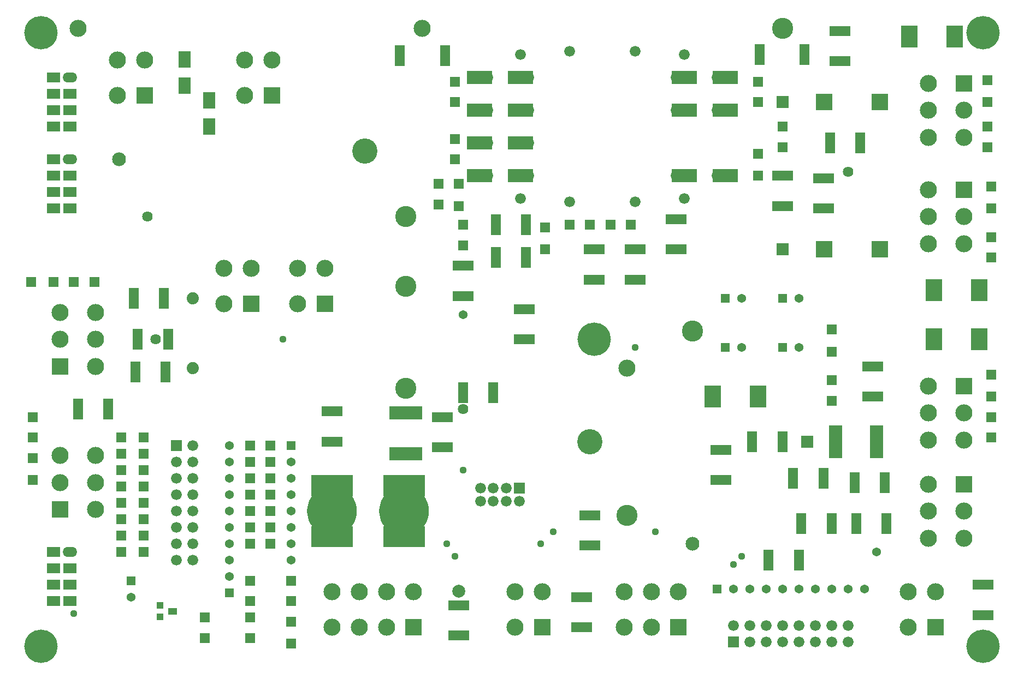
<source format=gts>
*%FSLAX24Y24*%
*%MOIN*%
G01*
%ADD11C,0.0000*%
%ADD12C,0.0050*%
%ADD13C,0.0060*%
%ADD14C,0.0073*%
%ADD15C,0.0080*%
%ADD16C,0.0100*%
%ADD17C,0.0120*%
%ADD18C,0.0160*%
%ADD19C,0.0200*%
%ADD20C,0.0200*%
%ADD21C,0.0240*%
%ADD22C,0.0250*%
%ADD23C,0.0300*%
%ADD24C,0.0320*%
%ADD25C,0.0380*%
%ADD26C,0.0400*%
%ADD27C,0.0400*%
%ADD28C,0.0440*%
%ADD29C,0.0500*%
%ADD30C,0.0500*%
%ADD31C,0.0520*%
%ADD32C,0.0540*%
%ADD33C,0.0560*%
%ADD34C,0.0580*%
%ADD35C,0.0600*%
%ADD36C,0.0600*%
%ADD37C,0.0620*%
%ADD38C,0.0640*%
%ADD39C,0.0660*%
%ADD40C,0.0670*%
%ADD41C,0.0700*%
%ADD42C,0.0700*%
%ADD43C,0.0740*%
%ADD44C,0.0750*%
%ADD45C,0.0760*%
%ADD46C,0.0790*%
%ADD47C,0.0800*%
%ADD48C,0.0800*%
%ADD49C,0.0840*%
%ADD50O,0.0850X0.0560*%
%ADD51C,0.0870*%
%ADD52O,0.0890X0.0600*%
%ADD53C,0.0950*%
%ADD54C,0.1000*%
%ADD55C,0.1000*%
%ADD56C,0.1040*%
%ADD57C,0.1200*%
%ADD58C,0.1250*%
%ADD59C,0.1250*%
%ADD60C,0.1290*%
%ADD61C,0.1400*%
%ADD62C,0.1500*%
%ADD63C,0.1500*%
%ADD64C,0.1540*%
%ADD65C,0.1600*%
%ADD66C,0.1620*%
%ADD67C,0.1800*%
%ADD68C,0.1820*%
%ADD69C,0.2000*%
%ADD70C,0.2000*%
%ADD71C,0.2040*%
%ADD72C,0.2500*%
%ADD73R,0.0200X0.0200*%
%ADD74R,0.0300X0.0300*%
%ADD75R,0.0350X0.0550*%
%ADD76R,0.0360X0.0360*%
%ADD77R,0.0394X0.1102*%
%ADD78R,0.0400X0.0400*%
%ADD79R,0.0400X0.0500*%
%ADD80R,0.0400X0.2400*%
%ADD81R,0.0500X0.0360*%
%ADD82R,0.0500X0.0500*%
%ADD83R,0.0500X0.0500*%
%ADD84R,0.0500X0.1200*%
%ADD85R,0.0540X0.0400*%
%ADD86R,0.0540X0.0540*%
%ADD87R,0.0550X0.0350*%
%ADD88R,0.0551X0.1417*%
%ADD89R,0.0591X0.1260*%
%ADD90R,0.0600X0.0600*%
%ADD91R,0.0600X0.1250*%
%ADD92R,0.0620X0.0620*%
%ADD93R,0.0631X0.1300*%
%ADD94R,0.0640X0.0640*%
%ADD95R,0.0640X0.1290*%
%ADD96R,0.0660X0.0660*%
%ADD97R,0.0700X0.0700*%
%ADD98R,0.0700X0.0700*%
%ADD99R,0.0700X0.1000*%
%ADD100R,0.0700X0.1900*%
%ADD101R,0.0740X0.0740*%
%ADD102R,0.0740X0.1040*%
%ADD103R,0.0750X0.0560*%
%ADD104R,0.0750X0.2000*%
%ADD105R,0.0790X0.0600*%
%ADD106R,0.0790X0.2040*%
%ADD107R,0.0900X0.0900*%
%ADD108R,0.0900X0.1200*%
%ADD109R,0.0984X0.1299*%
%ADD110R,0.1000X0.1000*%
%ADD111R,0.1000X0.1000*%
%ADD112R,0.1024X0.1339*%
%ADD113R,0.1040X0.1040*%
%ADD114R,0.1100X0.1100*%
%ADD115R,0.1102X0.0394*%
%ADD116R,0.1200X0.0500*%
%ADD117R,0.1200X0.1200*%
%ADD118R,0.1250X0.0150*%
%ADD119R,0.1250X0.0600*%
%ADD120R,0.1290X0.0640*%
%ADD121R,0.1290X0.1290*%
%ADD122R,0.1300X0.0650*%
%ADD123R,0.1300X0.0700*%
%ADD124R,0.1350X0.0600*%
%ADD125R,0.1350X0.0650*%
%ADD126R,0.1400X0.0650*%
%ADD127R,0.1400X0.0700*%
%ADD128R,0.1417X0.0551*%
%ADD129R,0.1500X0.0750*%
%ADD130R,0.1500X0.1500*%
%ADD131R,0.1540X0.0790*%
%ADD132R,0.1900X0.0700*%
%ADD133R,0.2000X0.0750*%
%ADD134R,0.2000X0.2000*%
%ADD135R,0.2040X0.0790*%
%ADD136R,0.2200X0.2200*%
%ADD137R,0.2250X0.0500*%
%ADD138R,0.2500X0.1250*%
%ADD139R,0.2500X0.2500*%
D11*
X130730Y80140D02*
D03*
Y64890D02*
D03*
Y69390D02*
D03*
X127980Y76890D02*
D03*
X128730Y80140D02*
D03*
X127980Y64890D02*
D03*
X128980Y61390D02*
D03*
X125730Y95640D02*
D03*
X125980Y77640D02*
D03*
X126230Y80140D02*
D03*
X125730Y91390D02*
D03*
X123480Y78390D02*
D03*
X124230Y82890D02*
D03*
X124730Y85390D02*
D03*
Y87890D02*
D03*
X123730Y90140D02*
D03*
Y60890D02*
D03*
X122730Y96640D02*
D03*
Y82640D02*
D03*
X122480Y62390D02*
D03*
X119480Y97890D02*
D03*
Y91640D02*
D03*
Y94640D02*
D03*
X120480Y80640D02*
D03*
X119980Y82390D02*
D03*
X120480Y62390D02*
D03*
X118980Y85390D02*
D03*
X119230Y68890D02*
D03*
X118730Y75140D02*
D03*
X118230Y67390D02*
D03*
X116730Y79890D02*
D03*
X115980Y82640D02*
D03*
X116230Y65890D02*
D03*
Y68890D02*
D03*
X114480Y85390D02*
D03*
X114730Y90890D02*
D03*
X113230Y93640D02*
D03*
Y94640D02*
D03*
X111730Y80390D02*
D03*
X113230Y63390D02*
D03*
Y60140D02*
D03*
X109980Y85640D02*
D03*
X110980Y77890D02*
D03*
X110480Y68890D02*
D03*
Y70890D02*
D03*
X110980Y73890D02*
D03*
X108230Y79390D02*
D03*
X107730Y66140D02*
D03*
X106980Y91640D02*
D03*
X106230Y70890D02*
D03*
X107230Y68890D02*
D03*
X106980Y75640D02*
D03*
X105980Y60140D02*
D03*
X104480Y93640D02*
D03*
X105230Y77890D02*
D03*
X104980Y83140D02*
D03*
X104480Y89640D02*
D03*
X103980Y69640D02*
D03*
X105230Y63890D02*
D03*
X105480Y73640D02*
D03*
X103230Y81390D02*
D03*
Y75890D02*
D03*
X102980Y66890D02*
D03*
X103230Y73890D02*
D03*
X101980Y93640D02*
D03*
X100230Y95890D02*
D03*
X100730Y92640D02*
D03*
X100230Y87390D02*
D03*
X100730Y81140D02*
D03*
Y77640D02*
D03*
X101230Y89640D02*
D03*
X97730Y67390D02*
D03*
X99230Y64140D02*
D03*
X98730Y60390D02*
D03*
X99230Y67140D02*
D03*
X99480Y73890D02*
D03*
X96730Y81140D02*
D03*
Y79640D02*
D03*
Y84640D02*
D03*
X97230Y77640D02*
D03*
X96980Y89140D02*
D03*
X97230Y70890D02*
D03*
X94230Y91640D02*
D03*
X94480Y94390D02*
D03*
X91980Y64390D02*
D03*
X92980Y62140D02*
D03*
X92730Y69390D02*
D03*
X90730Y86890D02*
D03*
X91230Y82890D02*
D03*
X90980Y79640D02*
D03*
X90230Y77640D02*
D03*
X91230Y88890D02*
D03*
X90980Y75640D02*
D03*
X88230Y96140D02*
D03*
Y93140D02*
D03*
X89230Y62140D02*
D03*
X88230Y73890D02*
D03*
X88980Y60140D02*
D03*
X87230Y89390D02*
D03*
Y63890D02*
D03*
X86980Y80890D02*
D03*
X86480Y61390D02*
D03*
X86730Y73890D02*
D03*
X84480Y85140D02*
D03*
X84230Y77640D02*
D03*
Y61890D02*
D03*
X85480Y73890D02*
D03*
X82730Y94140D02*
D03*
X82980Y95890D02*
D03*
Y79640D02*
D03*
X82730Y89390D02*
D03*
X82980Y75640D02*
D03*
X83480Y73890D02*
D03*
X80730Y92890D02*
D03*
X80980Y80140D02*
D03*
Y82640D02*
D03*
X80730Y86890D02*
D03*
Y85390D02*
D03*
X81230Y60390D02*
D03*
X81730Y61890D02*
D03*
X80980Y73140D02*
D03*
Y75390D02*
D03*
X76480Y66140D02*
D03*
X75980Y94390D02*
D03*
Y86890D02*
D03*
Y88890D02*
D03*
Y75390D02*
D03*
Y59890D02*
D03*
X72980Y95890D02*
D03*
X72480Y83890D02*
D03*
X73230Y61640D02*
D03*
X72980Y75140D02*
D03*
D28*
X126897Y90986D02*
D03*
X115480Y65390D02*
D03*
X114980Y64890D02*
D03*
X110230Y66890D02*
D03*
X108980Y78140D02*
D03*
X103980Y66890D02*
D03*
X103230Y66140D02*
D03*
X98480Y70640D02*
D03*
X97980Y65390D02*
D03*
X97480Y66140D02*
D03*
X87480Y78640D02*
D03*
X74730Y61890D02*
D03*
D32*
X123730Y65640D02*
D03*
X98480Y80140D02*
D03*
X78230Y62890D02*
D03*
X84230Y64140D02*
D03*
Y65140D02*
D03*
Y66140D02*
D03*
Y67140D02*
D03*
Y68140D02*
D03*
Y69140D02*
D03*
Y70140D02*
D03*
Y71140D02*
D03*
Y72140D02*
D03*
X114980Y63390D02*
D03*
X115980D02*
D03*
X116980D02*
D03*
X117980D02*
D03*
X118980D02*
D03*
X119980D02*
D03*
X120980D02*
D03*
X121980D02*
D03*
X122980D02*
D03*
X115480Y78140D02*
D03*
Y81140D02*
D03*
X118980D02*
D03*
Y78140D02*
D03*
X87980Y71140D02*
D03*
Y70140D02*
D03*
Y69140D02*
D03*
Y68140D02*
D03*
Y67140D02*
D03*
Y66140D02*
D03*
Y65140D02*
D03*
D38*
X121980Y88890D02*
D03*
X98480Y74390D02*
D03*
X79230Y86140D02*
D03*
X79730Y78640D02*
D03*
D39*
X81980Y71140D02*
D03*
Y72140D02*
D03*
X80980Y71140D02*
D03*
Y70140D02*
D03*
X81980D02*
D03*
X80980Y69140D02*
D03*
X81980D02*
D03*
X80980Y68140D02*
D03*
X81980D02*
D03*
X80980Y67140D02*
D03*
X81980D02*
D03*
X80980Y66140D02*
D03*
X81980D02*
D03*
X80980Y65140D02*
D03*
X81980D02*
D03*
X111480Y94640D02*
D03*
Y92640D02*
D03*
Y88640D02*
D03*
X108980Y96240D02*
D03*
Y87040D02*
D03*
X104980Y96240D02*
D03*
Y87040D02*
D03*
X102480Y88640D02*
D03*
Y90640D02*
D03*
Y92640D02*
D03*
Y94640D02*
D03*
X113980D02*
D03*
Y92640D02*
D03*
Y88640D02*
D03*
X111980Y96040D02*
D03*
Y87240D02*
D03*
X101980Y96040D02*
D03*
Y87240D02*
D03*
X99980Y88640D02*
D03*
Y90640D02*
D03*
Y92640D02*
D03*
Y94640D02*
D03*
X101124Y69534D02*
D03*
X100336D02*
D03*
X99549D02*
D03*
X101911Y68746D02*
D03*
X101124D02*
D03*
X100336D02*
D03*
X99549D02*
D03*
X121980Y61140D02*
D03*
Y60140D02*
D03*
X120980Y61140D02*
D03*
Y60140D02*
D03*
X119980Y61140D02*
D03*
Y60140D02*
D03*
X118980Y61140D02*
D03*
Y60140D02*
D03*
X117980Y61140D02*
D03*
Y60140D02*
D03*
X116980Y61140D02*
D03*
Y60140D02*
D03*
X115980D02*
D03*
X114980Y61140D02*
D03*
X115980D02*
D03*
D43*
X81980Y81140D02*
D03*
Y76890D02*
D03*
D46*
X98230Y63240D02*
D03*
D48*
X89360Y68140D02*
X89361D01*
X89360D02*
X89373Y67973D01*
X89410Y67810D01*
X89471Y67654D01*
X89555Y67509D01*
X89659Y67378D01*
X89782Y67264D01*
X89920Y67170D01*
X90071Y67097D01*
X90231Y67048D01*
X90396Y67023D01*
X90564D01*
X90729Y67048D01*
X90889Y67097D01*
X91040Y67170D01*
X91178Y67264D01*
X91301Y67378D01*
X91405Y67509D01*
X91489Y67654D01*
X91550Y67810D01*
X91587Y67973D01*
X91600Y68140D01*
X91601D01*
X91600D02*
X91587Y68307D01*
X91550Y68470D01*
X91489Y68626D01*
X91405Y68771D01*
X91301Y68902D01*
X91178Y69016D01*
X91040Y69110D01*
X90889Y69183D01*
X90729Y69232D01*
X90564Y69257D01*
X90396D01*
X90231Y69232D01*
X90071Y69183D01*
X89920Y69110D01*
X89782Y69016D01*
X89659Y68902D01*
X89555Y68771D01*
X89471Y68626D01*
X89410Y68470D01*
X89373Y68307D01*
X89360Y68140D01*
X90140D02*
X90141D01*
X90140D02*
X90160Y68024D01*
X90220Y67921D01*
X90310Y67846D01*
X90421Y67805D01*
X90539D01*
X90650Y67846D01*
X90740Y67921D01*
X90800Y68024D01*
X90820Y68140D01*
X90821D01*
X90820D02*
X90800Y68256D01*
X90740Y68359D01*
X90650Y68434D01*
X90539Y68475D01*
X90421D01*
X90310Y68434D01*
X90220Y68359D01*
X90160Y68256D01*
X90140Y68140D01*
X93760D02*
X93761D01*
X93760D02*
X93773Y67973D01*
X93810Y67810D01*
X93871Y67654D01*
X93955Y67509D01*
X94059Y67378D01*
X94182Y67264D01*
X94320Y67170D01*
X94471Y67097D01*
X94631Y67048D01*
X94796Y67023D01*
X94964D01*
X95129Y67048D01*
X95289Y67097D01*
X95440Y67170D01*
X95578Y67264D01*
X95701Y67378D01*
X95805Y67509D01*
X95889Y67654D01*
X95950Y67810D01*
X95987Y67973D01*
X96000Y68140D01*
X96001D01*
X96000D02*
X95987Y68307D01*
X95950Y68470D01*
X95889Y68626D01*
X95805Y68771D01*
X95701Y68902D01*
X95578Y69016D01*
X95440Y69110D01*
X95289Y69183D01*
X95129Y69232D01*
X94964Y69257D01*
X94796D01*
X94631Y69232D01*
X94471Y69183D01*
X94320Y69110D01*
X94182Y69016D01*
X94059Y68902D01*
X93955Y68771D01*
X93871Y68626D01*
X93810Y68470D01*
X93773Y68307D01*
X93760Y68140D01*
X94540D02*
X94541D01*
X94540D02*
X94560Y68024D01*
X94620Y67921D01*
X94710Y67846D01*
X94821Y67805D01*
X94939D01*
X95050Y67846D01*
X95140Y67921D01*
X95200Y68024D01*
X95220Y68140D01*
X95221D01*
X95220D02*
X95200Y68256D01*
X95140Y68359D01*
X95050Y68434D01*
X94939Y68475D01*
X94821D01*
X94710Y68434D01*
X94620Y68359D01*
X94560Y68256D01*
X94540Y68140D01*
D49*
X112480Y66140D02*
D03*
X77480Y89640D02*
D03*
D52*
X74480Y65640D02*
D03*
Y94640D02*
D03*
Y89640D02*
D03*
D56*
X108480Y76890D02*
D03*
X95980Y97640D02*
D03*
X74980D02*
D03*
X85153Y93557D02*
D03*
X86807Y95723D02*
D03*
X85153D02*
D03*
X77403Y93557D02*
D03*
X79057Y95723D02*
D03*
X77403D02*
D03*
X76063Y76986D02*
D03*
Y78640D02*
D03*
X73897D02*
D03*
Y80294D02*
D03*
X76063D02*
D03*
Y68236D02*
D03*
Y69890D02*
D03*
X73897D02*
D03*
Y71544D02*
D03*
X76063D02*
D03*
X83903Y82973D02*
D03*
X85557D02*
D03*
X83903Y80807D02*
D03*
X88403Y82973D02*
D03*
X90057D02*
D03*
X88403Y80807D02*
D03*
X93807Y61057D02*
D03*
X92153D02*
D03*
X90500D02*
D03*
X95460Y63223D02*
D03*
X93807D02*
D03*
X92153D02*
D03*
X90500D02*
D03*
X101653Y61057D02*
D03*
X103307Y63223D02*
D03*
X101653D02*
D03*
X108326D02*
D03*
Y61057D02*
D03*
X109980D02*
D03*
Y63223D02*
D03*
X111634Y63223D02*
D03*
X126897Y75794D02*
D03*
Y74140D02*
D03*
X129063D02*
D03*
Y72486D02*
D03*
X126897D02*
D03*
Y87794D02*
D03*
Y86140D02*
D03*
X129063D02*
D03*
Y84486D02*
D03*
X126897D02*
D03*
Y94294D02*
D03*
Y92640D02*
D03*
X129063D02*
D03*
Y90986D02*
D03*
X126897D02*
D03*
X125653Y61057D02*
D03*
X127307Y63223D02*
D03*
X125653D02*
D03*
X126897Y66486D02*
D03*
X129063D02*
D03*
Y68140D02*
D03*
X126897D02*
D03*
Y69794D02*
D03*
D60*
X117980Y97640D02*
D03*
X112480Y79140D02*
D03*
X108480Y67890D02*
D03*
X94980Y81890D02*
D03*
Y86140D02*
D03*
Y75640D02*
D03*
D64*
X106230Y72390D02*
D03*
X92480Y90140D02*
D03*
D71*
X72730Y59890D02*
D03*
X106480Y78640D02*
D03*
X72730Y97390D02*
D03*
X130230D02*
D03*
Y59890D02*
D03*
D78*
X79980Y62390D02*
D03*
Y61681D02*
D03*
D85*
X80767Y62016D02*
D03*
D86*
X78230Y63890D02*
D03*
X84230Y63140D02*
D03*
X113980Y63390D02*
D03*
X114480Y78140D02*
D03*
Y81140D02*
D03*
X117980D02*
D03*
Y78140D02*
D03*
X87980Y72140D02*
D03*
D93*
X94630Y95990D02*
D03*
X97380D02*
D03*
X116580Y96040D02*
D03*
X119330D02*
D03*
D94*
X82730Y60390D02*
D03*
Y61640D02*
D03*
X85480Y60390D02*
D03*
Y61640D02*
D03*
Y62640D02*
D03*
Y63890D02*
D03*
Y66140D02*
D03*
X86730D02*
D03*
Y67140D02*
D03*
X85480D02*
D03*
X86730Y68140D02*
D03*
X85480D02*
D03*
X86730Y69140D02*
D03*
X85480D02*
D03*
X86730Y70140D02*
D03*
X85480D02*
D03*
X86730Y71140D02*
D03*
X85480D02*
D03*
X86730Y72140D02*
D03*
X85480D02*
D03*
X108730Y85640D02*
D03*
X107480D02*
D03*
X106230D02*
D03*
X104980D02*
D03*
X103480Y85490D02*
D03*
Y84140D02*
D03*
X98480Y84390D02*
D03*
Y85640D02*
D03*
X98230Y86790D02*
D03*
Y88140D02*
D03*
X96980Y86890D02*
D03*
Y88140D02*
D03*
X97980Y90890D02*
D03*
Y89640D02*
D03*
Y94390D02*
D03*
Y93140D02*
D03*
X72130Y82140D02*
D03*
X73480D02*
D03*
X74730D02*
D03*
X75980D02*
D03*
X72230Y72640D02*
D03*
Y73890D02*
D03*
Y70040D02*
D03*
Y71390D02*
D03*
X77630Y69640D02*
D03*
X78980D02*
D03*
X77630Y68640D02*
D03*
X78980D02*
D03*
X77630Y67640D02*
D03*
X78980D02*
D03*
X77630Y66640D02*
D03*
X78980D02*
D03*
X77630Y65640D02*
D03*
X78980D02*
D03*
X77630Y70640D02*
D03*
X78980D02*
D03*
X77630Y71640D02*
D03*
X78980D02*
D03*
X77630Y72640D02*
D03*
X78980D02*
D03*
X87980Y62640D02*
D03*
Y63890D02*
D03*
Y60040D02*
D03*
Y61390D02*
D03*
X120980Y79240D02*
D03*
Y77890D02*
D03*
Y76140D02*
D03*
Y74890D02*
D03*
X130730Y72640D02*
D03*
Y73890D02*
D03*
Y76490D02*
D03*
Y75140D02*
D03*
Y84890D02*
D03*
Y83640D02*
D03*
Y87990D02*
D03*
Y86640D02*
D03*
X130480Y94490D02*
D03*
Y93140D02*
D03*
Y91640D02*
D03*
Y90390D02*
D03*
X117980Y91640D02*
D03*
Y90390D02*
D03*
X116480Y94390D02*
D03*
Y93140D02*
D03*
Y89990D02*
D03*
Y88640D02*
D03*
D95*
X98480Y75390D02*
D03*
X100330D02*
D03*
X100480Y83640D02*
D03*
X102330D02*
D03*
X100480Y85640D02*
D03*
X102330D02*
D03*
X74980Y74390D02*
D03*
X76830D02*
D03*
X78480Y76640D02*
D03*
X80330D02*
D03*
X78630Y78640D02*
D03*
X80480D02*
D03*
X78380Y81140D02*
D03*
X80230D02*
D03*
X118980Y65140D02*
D03*
X117130D02*
D03*
X120980Y67390D02*
D03*
X119130D02*
D03*
X124330D02*
D03*
X122480D02*
D03*
X122380Y69890D02*
D03*
X124230D02*
D03*
X120480Y70140D02*
D03*
X118630D02*
D03*
X116130Y72390D02*
D03*
X117980D02*
D03*
X120880Y90640D02*
D03*
X122730D02*
D03*
D96*
X80980Y72140D02*
D03*
X101911Y69534D02*
D03*
X114980Y60140D02*
D03*
D101*
X119480Y72390D02*
D03*
X117980Y93140D02*
D03*
Y84140D02*
D03*
D102*
X81480Y94140D02*
D03*
Y95740D02*
D03*
X82980Y91640D02*
D03*
Y93240D02*
D03*
D105*
X74480Y62640D02*
D03*
Y64640D02*
D03*
Y63640D02*
D03*
X73480Y65640D02*
D03*
Y64640D02*
D03*
Y63640D02*
D03*
Y62640D02*
D03*
X74480Y91640D02*
D03*
Y93640D02*
D03*
Y92640D02*
D03*
X73480Y94640D02*
D03*
Y93640D02*
D03*
Y92640D02*
D03*
Y91640D02*
D03*
Y86640D02*
D03*
Y87640D02*
D03*
Y88640D02*
D03*
Y89640D02*
D03*
X74480Y87640D02*
D03*
Y88640D02*
D03*
Y86640D02*
D03*
D106*
X123730Y72390D02*
D03*
X121230D02*
D03*
D112*
X116480Y75140D02*
D03*
X113730D02*
D03*
X127230Y78640D02*
D03*
X129980D02*
D03*
X127230Y81640D02*
D03*
X129980D02*
D03*
X125730Y97140D02*
D03*
X128480D02*
D03*
D113*
X86807Y93557D02*
D03*
X79057D02*
D03*
X73897Y76986D02*
D03*
Y68236D02*
D03*
X85557Y80807D02*
D03*
X90057D02*
D03*
X95460Y61057D02*
D03*
X103307D02*
D03*
X111634D02*
D03*
X129063Y75794D02*
D03*
Y87794D02*
D03*
Y94294D02*
D03*
X123930Y93140D02*
D03*
X120530D02*
D03*
X123930Y84140D02*
D03*
X120530D02*
D03*
X127307Y61057D02*
D03*
X129063Y69794D02*
D03*
D120*
X90480Y72390D02*
D03*
Y74240D02*
D03*
X97230Y73890D02*
D03*
Y72040D02*
D03*
X102230Y78640D02*
D03*
Y80490D02*
D03*
X106480Y84140D02*
D03*
Y82290D02*
D03*
X108980D02*
D03*
Y84140D02*
D03*
X111480D02*
D03*
Y85990D02*
D03*
X98480Y81290D02*
D03*
Y83140D02*
D03*
X98230Y62390D02*
D03*
Y60540D02*
D03*
X105730Y62890D02*
D03*
Y61040D02*
D03*
X114230Y71890D02*
D03*
Y70040D02*
D03*
X123480Y75140D02*
D03*
Y76990D02*
D03*
X121480Y95640D02*
D03*
Y97490D02*
D03*
X117980Y88640D02*
D03*
Y86790D02*
D03*
X120480Y86640D02*
D03*
Y88490D02*
D03*
X106230Y66040D02*
D03*
Y67890D02*
D03*
X130230Y63640D02*
D03*
Y61790D02*
D03*
D121*
X91105Y69700D02*
X89855D01*
Y66580D02*
X91105D01*
X94255D02*
X95505D01*
Y69700D02*
X94255D01*
D131*
X101980Y88640D02*
D03*
X111980D02*
D03*
Y92640D02*
D03*
Y94640D02*
D03*
X101980Y90640D02*
D03*
Y92640D02*
D03*
Y94640D02*
D03*
X99480Y88640D02*
D03*
X114480D02*
D03*
Y92640D02*
D03*
Y94640D02*
D03*
X99480Y90640D02*
D03*
Y92640D02*
D03*
Y94640D02*
D03*
D135*
X94980Y71640D02*
D03*
Y74140D02*
D03*
M02*

</source>
